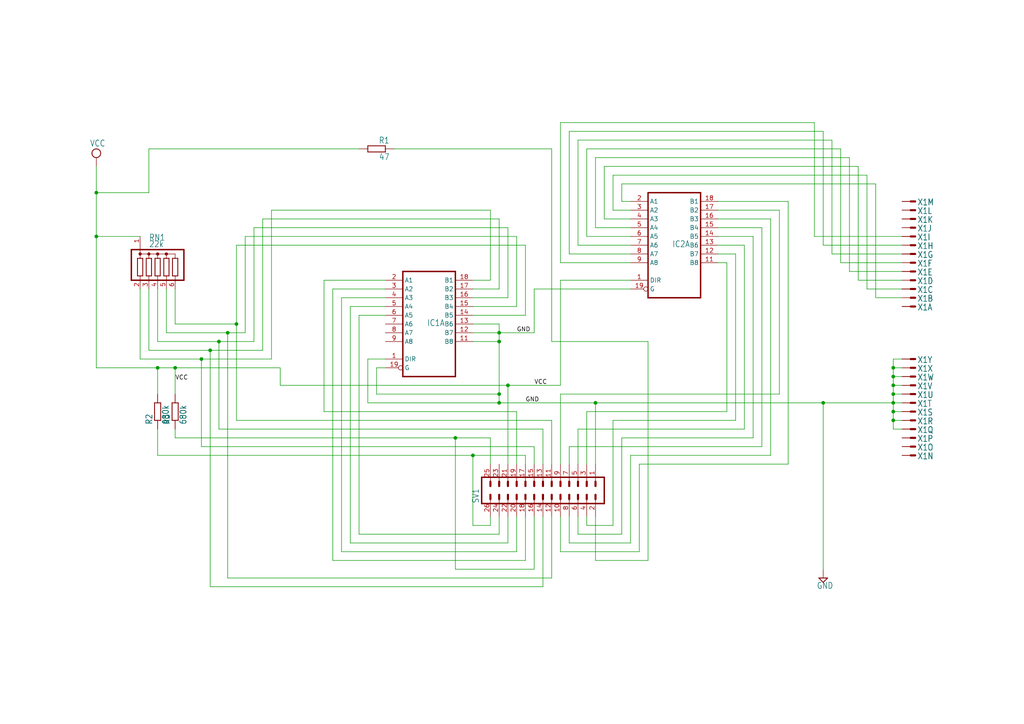
<source format=kicad_sch>
(kicad_sch (version 20230121) (generator eeschema)
  (paper "A4")
  (lib_symbols
    (symbol "TeknoAmiga-eagle-import:74245N"
      (property "Reference" "IC" (at -0.635 -0.635 0))
      (symbol "74245N_1_0"
        (polyline (pts (xy -7.62 -15.24) (xy 7.62 -15.24)) (stroke (width 0.4064)))
        (polyline (pts (xy -7.62 15.24) (xy -7.62 -15.24)) (stroke (width 0.4064)))
        (polyline (pts (xy 7.62 -15.24) (xy 7.62 15.24)) (stroke (width 0.4064)))
        (polyline (pts (xy 7.62 15.24) (xy -7.62 15.24)) (stroke (width 0.4064)))
        (pin input line (at -12.7 -10.16 0) (length 5.08) (name "DIR") (number "1"))
        (pin bidirectional line (at 12.7 -5.08 180) (length 5.08) (name "B8") (number "11"))
        (pin bidirectional line (at 12.7 -2.54 180) (length 5.08) (name "B7") (number "12"))
        (pin bidirectional line (at 12.7 0 180) (length 5.08) (name "B6") (number "13"))
        (pin bidirectional line (at 12.7 2.54 180) (length 5.08) (name "B5") (number "14"))
        (pin bidirectional line (at 12.7 5.08 180) (length 5.08) (name "B4") (number "15"))
        (pin bidirectional line (at 12.7 7.62 180) (length 5.08) (name "B3") (number "16"))
        (pin bidirectional line (at 12.7 10.16 180) (length 5.08) (name "B2") (number "17"))
        (pin bidirectional line (at 12.7 12.7 180) (length 5.08) (name "B1") (number "18"))
        (pin input inverted (at -12.7 -12.7 0) (length 5.08) (name "G") (number "19"))
        (pin bidirectional line (at -12.7 12.7 0) (length 5.08) (name "A1") (number "2"))
        (pin bidirectional line (at -12.7 10.16 0) (length 5.08) (name "A2") (number "3"))
        (pin bidirectional line (at -12.7 7.62 0) (length 5.08) (name "A3") (number "4"))
        (pin bidirectional line (at -12.7 5.08 0) (length 5.08) (name "A4") (number "5"))
        (pin bidirectional line (at -12.7 2.54 0) (length 5.08) (name "A5") (number "6"))
        (pin bidirectional line (at -12.7 0 0) (length 5.08) (name "A6") (number "7"))
        (pin bidirectional line (at -12.7 -2.54 0) (length 5.08) (name "A7") (number "8"))
        (pin bidirectional line (at -12.7 -5.08 0) (length 5.08) (name "A8") (number "9"))
      )
      (symbol "74245N_2_0"
        (text "GND" (at 1.905 -5.842 900) (effects (font (size 1.27 1.0795)) (justify left bottom)))
        (text "VCC" (at 1.905 2.54 900) (effects (font (size 1.27 1.0795)) (justify left bottom)))
        (pin power_in line (at 0 -7.62 90) (length 5.08) (name "GND") (number "10"))
        (pin power_in line (at 0 7.62 270) (length 5.08) (name "VCC") (number "20"))
      )
    )
    (symbol "TeknoAmiga-eagle-import:G05R"
      (property "Reference" "RN" (at -2.54 8.89 0))
      (symbol "G05R_1_0"
        (circle (center -5.08 5.08) (radius 0.254) (stroke (width 0.4064)))
        (circle (center -2.54 5.08) (radius 0.254) (stroke (width 0.4064)))
        (polyline (pts (xy -7.62 -2.54) (xy -7.62 6.35)) (stroke (width 0.4064)))
        (polyline (pts (xy -7.62 -2.54) (xy 7.62 -2.54)) (stroke (width 0.4064)))
        (polyline (pts (xy -7.62 6.35) (xy 7.62 6.35)) (stroke (width 0.4064)))
        (polyline (pts (xy -5.842 -1.27) (xy -5.08 -1.27)) (stroke (width 0.254)))
        (polyline (pts (xy -5.842 3.81) (xy -5.842 -1.27)) (stroke (width 0.254)))
        (polyline (pts (xy -5.08 -1.27) (xy -5.08 -2.54)) (stroke (width 0.1524)))
        (polyline (pts (xy -5.08 -1.27) (xy -4.318 -1.27)) (stroke (width 0.254)))
        (polyline (pts (xy -5.08 3.81) (xy -5.842 3.81)) (stroke (width 0.254)))
        (polyline (pts (xy -5.08 5.08) (xy -5.08 3.81)) (stroke (width 0.1524)))
        (polyline (pts (xy -5.08 5.08) (xy -5.08 7.62)) (stroke (width 0.1524)))
        (polyline (pts (xy -5.08 5.08) (xy -2.54 5.08)) (stroke (width 0.1524)))
        (polyline (pts (xy -4.318 -1.27) (xy -4.318 3.81)) (stroke (width 0.254)))
        (polyline (pts (xy -4.318 3.81) (xy -5.08 3.81)) (stroke (width 0.254)))
        (polyline (pts (xy -3.302 -1.27) (xy -2.54 -1.27)) (stroke (width 0.254)))
        (polyline (pts (xy -3.302 3.81) (xy -3.302 -1.27)) (stroke (width 0.254)))
        (polyline (pts (xy -2.54 -2.54) (xy -2.54 -1.27)) (stroke (width 0.1524)))
        (polyline (pts (xy -2.54 -1.27) (xy -1.778 -1.27)) (stroke (width 0.254)))
        (polyline (pts (xy -2.54 3.81) (xy -3.302 3.81)) (stroke (width 0.254)))
        (polyline (pts (xy -2.54 5.08) (xy -2.54 3.81)) (stroke (width 0.1524)))
        (polyline (pts (xy -2.54 5.08) (xy 0 5.08)) (stroke (width 0.1524)))
        (polyline (pts (xy -1.778 -1.27) (xy -1.778 3.81)) (stroke (width 0.254)))
        (polyline (pts (xy -1.778 3.81) (xy -2.54 3.81)) (stroke (width 0.254)))
        (polyline (pts (xy -0.762 -1.27) (xy 0 -1.27)) (stroke (width 0.254)))
        (polyline (pts (xy -0.762 3.81) (xy -0.762 -1.27)) (stroke (width 0.254)))
        (polyline (pts (xy 0 -2.54) (xy 0 -1.27)) (stroke (width 0.1524)))
        (polyline (pts (xy 0 -1.27) (xy 0.762 -1.27)) (stroke (width 0.254)))
        (polyline (pts (xy 0 3.81) (xy -0.762 3.81)) (stroke (width 0.254)))
        (polyline (pts (xy 0 5.08) (xy 0 3.81)) (stroke (width 0.1524)))
        (polyline (pts (xy 0 5.08) (xy 2.54 5.08)) (stroke (width 0.1524)))
        (polyline (pts (xy 0.762 -1.27) (xy 0.762 3.81)) (stroke (width 0.254)))
        (polyline (pts (xy 0.762 3.81) (xy 0 3.81)) (stroke (width 0.254)))
        (polyline (pts (xy 1.778 -1.27) (xy 2.54 -1.27)) (stroke (width 0.254)))
        (polyline (pts (xy 1.778 3.81) (xy 1.778 -1.27)) (stroke (width 0.254)))
        (polyline (pts (xy 2.54 -2.54) (xy 2.54 -1.27)) (stroke (width 0.1524)))
        (polyline (pts (xy 2.54 -1.27) (xy 3.302 -1.27)) (stroke (width 0.254)))
        (polyline (pts (xy 2.54 3.81) (xy 1.778 3.81)) (stroke (width 0.254)))
        (polyline (pts (xy 2.54 5.08) (xy 2.54 3.81)) (stroke (width 0.1524)))
        (polyline (pts (xy 2.54 5.08) (xy 5.08 5.08)) (stroke (width 0.1524)))
        (polyline (pts (xy 3.302 -1.27) (xy 3.302 3.81)) (stroke (width 0.254)))
        (polyline (pts (xy 3.302 3.81) (xy 2.54 3.81)) (stroke (width 0.254)))
        (polyline (pts (xy 4.318 -1.27) (xy 5.08 -1.27)) (stroke (width 0.254)))
        (polyline (pts (xy 4.318 3.81) (xy 4.318 -1.27)) (stroke (width 0.254)))
        (polyline (pts (xy 5.08 -2.54) (xy 5.08 -1.27)) (stroke (width 0.1524)))
        (polyline (pts (xy 5.08 -1.27) (xy 5.842 -1.27)) (stroke (width 0.254)))
        (polyline (pts (xy 5.08 3.81) (xy 4.318 3.81)) (stroke (width 0.254)))
        (polyline (pts (xy 5.08 5.08) (xy 5.08 3.81)) (stroke (width 0.1524)))
        (polyline (pts (xy 5.842 -1.27) (xy 5.842 3.81)) (stroke (width 0.254)))
        (polyline (pts (xy 5.842 3.81) (xy 5.08 3.81)) (stroke (width 0.254)))
        (polyline (pts (xy 7.62 6.35) (xy 7.62 -2.54)) (stroke (width 0.4064)))
        (circle (center 0 5.08) (radius 0.254) (stroke (width 0.4064)))
        (circle (center 2.54 5.08) (radius 0.254) (stroke (width 0.4064)))
        (pin passive line (at -5.08 10.16 270) (length 2.54) (name "1") (number "1"))
        (pin passive line (at -5.08 -5.08 90) (length 2.54) (name "2") (number "2"))
        (pin passive line (at -2.54 -5.08 90) (length 2.54) (name "3") (number "3"))
        (pin passive line (at 0 -5.08 90) (length 2.54) (name "4") (number "4"))
        (pin passive line (at 2.54 -5.08 90) (length 2.54) (name "5") (number "5"))
        (pin passive line (at 5.08 -5.08 90) (length 2.54) (name "6") (number "6"))
      )
    )
    (symbol "TeknoAmiga-eagle-import:GND" (power)
      (property "Value" "GND" (at -1.905 -3.175 0))
      (symbol "GND_1_0"
        (polyline (pts (xy -1.27 0) (xy 1.27 0)) (stroke (width 0.254)))
        (polyline (pts (xy 0 -1.27) (xy -1.27 0)) (stroke (width 0.254)))
        (polyline (pts (xy 1.27 0) (xy 0 -1.27)) (stroke (width 0.254)))
        (pin power_in line (at 0 2.54 270) (length 2.54) (name "GND") (number "1"))
      )
    )
    (symbol "TeknoAmiga-eagle-import:M25?SHP"
      (property "Reference" "X" (at 1.905 -0.762 0))
      (symbol "M25?SHP_1_0"
        (polyline (pts (xy 0 0) (xy 1.27 0)) (stroke (width 0.6096)))
        (pin passive line (at -2.54 0 0) (length 2.54) (name "M") (number "1"))
      )
      (symbol "M25?SHP_2_0"
        (polyline (pts (xy 0 0) (xy 1.27 0)) (stroke (width 0.6096)))
        (pin passive line (at -2.54 0 0) (length 2.54) (name "M") (number "2"))
      )
      (symbol "M25?SHP_3_0"
        (polyline (pts (xy 0 0) (xy 1.27 0)) (stroke (width 0.6096)))
        (pin passive line (at -2.54 0 0) (length 2.54) (name "M") (number "3"))
      )
      (symbol "M25?SHP_4_0"
        (polyline (pts (xy 0 0) (xy 1.27 0)) (stroke (width 0.6096)))
        (pin passive line (at -2.54 0 0) (length 2.54) (name "M") (number "4"))
      )
      (symbol "M25?SHP_5_0"
        (polyline (pts (xy 0 0) (xy 1.27 0)) (stroke (width 0.6096)))
        (pin passive line (at -2.54 0 0) (length 2.54) (name "M") (number "5"))
      )
      (symbol "M25?SHP_6_0"
        (polyline (pts (xy 0 0) (xy 1.27 0)) (stroke (width 0.6096)))
        (pin passive line (at -2.54 0 0) (length 2.54) (name "M") (number "6"))
      )
      (symbol "M25?SHP_7_0"
        (polyline (pts (xy 0 0) (xy 1.27 0)) (stroke (width 0.6096)))
        (pin passive line (at -2.54 0 0) (length 2.54) (name "M") (number "7"))
      )
      (symbol "M25?SHP_8_0"
        (polyline (pts (xy 0 0) (xy 1.27 0)) (stroke (width 0.6096)))
        (pin passive line (at -2.54 0 0) (length 2.54) (name "M") (number "8"))
      )
      (symbol "M25?SHP_9_0"
        (polyline (pts (xy 0 0) (xy 1.27 0)) (stroke (width 0.6096)))
        (pin passive line (at -2.54 0 0) (length 2.54) (name "M") (number "9"))
      )
      (symbol "M25?SHP_10_0"
        (polyline (pts (xy 0 0) (xy 1.27 0)) (stroke (width 0.6096)))
        (pin passive line (at -2.54 0 0) (length 2.54) (name "M") (number "10"))
      )
      (symbol "M25?SHP_11_0"
        (polyline (pts (xy 0 0) (xy 1.27 0)) (stroke (width 0.6096)))
        (pin passive line (at -2.54 0 0) (length 2.54) (name "M") (number "11"))
      )
      (symbol "M25?SHP_12_0"
        (polyline (pts (xy 0 0) (xy 1.27 0)) (stroke (width 0.6096)))
        (pin passive line (at -2.54 0 0) (length 2.54) (name "M") (number "12"))
      )
      (symbol "M25?SHP_13_0"
        (polyline (pts (xy 0 0) (xy 1.27 0)) (stroke (width 0.6096)))
        (pin passive line (at -2.54 0 0) (length 2.54) (name "M") (number "13"))
      )
      (symbol "M25?SHP_14_0"
        (polyline (pts (xy 0 0) (xy 1.27 0)) (stroke (width 0.6096)))
        (pin passive line (at -2.54 0 0) (length 2.54) (name "M") (number "14"))
      )
      (symbol "M25?SHP_15_0"
        (polyline (pts (xy 0 0) (xy 1.27 0)) (stroke (width 0.6096)))
        (pin passive line (at -2.54 0 0) (length 2.54) (name "M") (number "15"))
      )
      (symbol "M25?SHP_16_0"
        (polyline (pts (xy 0 0) (xy 1.27 0)) (stroke (width 0.6096)))
        (pin passive line (at -2.54 0 0) (length 2.54) (name "M") (number "16"))
      )
      (symbol "M25?SHP_17_0"
        (polyline (pts (xy 0 0) (xy 1.27 0)) (stroke (width 0.6096)))
        (pin passive line (at -2.54 0 0) (length 2.54) (name "M") (number "17"))
      )
      (symbol "M25?SHP_18_0"
        (polyline (pts (xy 0 0) (xy 1.27 0)) (stroke (width 0.6096)))
        (pin passive line (at -2.54 0 0) (length 2.54) (name "M") (number "18"))
      )
      (symbol "M25?SHP_19_0"
        (polyline (pts (xy 0 0) (xy 1.27 0)) (stroke (width 0.6096)))
        (pin passive line (at -2.54 0 0) (length 2.54) (name "M") (number "19"))
      )
      (symbol "M25?SHP_20_0"
        (polyline (pts (xy 0 0) (xy 1.27 0)) (stroke (width 0.6096)))
        (pin passive line (at -2.54 0 0) (length 2.54) (name "M") (number "20"))
      )
      (symbol "M25?SHP_21_0"
        (polyline (pts (xy 0 0) (xy 1.27 0)) (stroke (width 0.6096)))
        (pin passive line (at -2.54 0 0) (length 2.54) (name "M") (number "21"))
      )
      (symbol "M25?SHP_22_0"
        (polyline (pts (xy 0 0) (xy 1.27 0)) (stroke (width 0.6096)))
        (pin passive line (at -2.54 0 0) (length 2.54) (name "M") (number "22"))
      )
      (symbol "M25?SHP_23_0"
        (polyline (pts (xy 0 0) (xy 1.27 0)) (stroke (width 0.6096)))
        (pin passive line (at -2.54 0 0) (length 2.54) (name "M") (number "23"))
      )
      (symbol "M25?SHP_24_0"
        (polyline (pts (xy 0 0) (xy 1.27 0)) (stroke (width 0.6096)))
        (pin passive line (at -2.54 0 0) (length 2.54) (name "M") (number "24"))
      )
      (symbol "M25?SHP_25_0"
        (polyline (pts (xy 0 0) (xy 1.27 0)) (stroke (width 0.6096)))
        (pin passive line (at -2.54 0 0) (length 2.54) (name "M") (number "25"))
      )
    )
    (symbol "TeknoAmiga-eagle-import:MA13-2"
      (property "Reference" "SV" (at -3.81 18.542 0))
      (symbol "MA13-2_1_0"
        (polyline (pts (xy -3.81 17.78) (xy -3.81 -17.78)) (stroke (width 0.4064)))
        (polyline (pts (xy -3.81 17.78) (xy 3.81 17.78)) (stroke (width 0.4064)))
        (polyline (pts (xy -2.54 -15.24) (xy -1.27 -15.24)) (stroke (width 0.6096)))
        (polyline (pts (xy -2.54 -12.7) (xy -1.27 -12.7)) (stroke (width 0.6096)))
        (polyline (pts (xy -2.54 -10.16) (xy -1.27 -10.16)) (stroke (width 0.6096)))
        (polyline (pts (xy -2.54 -7.62) (xy -1.27 -7.62)) (stroke (width 0.6096)))
        (polyline (pts (xy -2.54 -5.08) (xy -1.27 -5.08)) (stroke (width 0.6096)))
        (polyline (pts (xy -2.54 -2.54) (xy -1.27 -2.54)) (stroke (width 0.6096)))
        (polyline (pts (xy -2.54 0) (xy -1.27 0)) (stroke (width 0.6096)))
        (polyline (pts (xy -2.54 2.54) (xy -1.27 2.54)) (stroke (width 0.6096)))
        (polyline (pts (xy -2.54 5.08) (xy -1.27 5.08)) (stroke (width 0.6096)))
        (polyline (pts (xy -2.54 7.62) (xy -1.27 7.62)) (stroke (width 0.6096)))
        (polyline (pts (xy -2.54 10.16) (xy -1.27 10.16)) (stroke (width 0.6096)))
        (polyline (pts (xy -2.54 12.7) (xy -1.27 12.7)) (stroke (width 0.6096)))
        (polyline (pts (xy -2.54 15.24) (xy -1.27 15.24)) (stroke (width 0.6096)))
        (polyline (pts (xy 1.27 -15.24) (xy 2.54 -15.24)) (stroke (width 0.6096)))
        (polyline (pts (xy 1.27 -12.7) (xy 2.54 -12.7)) (stroke (width 0.6096)))
        (polyline (pts (xy 1.27 -10.16) (xy 2.54 -10.16)) (stroke (width 0.6096)))
        (polyline (pts (xy 1.27 -7.62) (xy 2.54 -7.62)) (stroke (width 0.6096)))
        (polyline (pts (xy 1.27 -5.08) (xy 2.54 -5.08)) (stroke (width 0.6096)))
        (polyline (pts (xy 1.27 -2.54) (xy 2.54 -2.54)) (stroke (width 0.6096)))
        (polyline (pts (xy 1.27 0) (xy 2.54 0)) (stroke (width 0.6096)))
        (polyline (pts (xy 1.27 2.54) (xy 2.54 2.54)) (stroke (width 0.6096)))
        (polyline (pts (xy 1.27 5.08) (xy 2.54 5.08)) (stroke (width 0.6096)))
        (polyline (pts (xy 1.27 7.62) (xy 2.54 7.62)) (stroke (width 0.6096)))
        (polyline (pts (xy 1.27 10.16) (xy 2.54 10.16)) (stroke (width 0.6096)))
        (polyline (pts (xy 1.27 12.7) (xy 2.54 12.7)) (stroke (width 0.6096)))
        (polyline (pts (xy 1.27 15.24) (xy 2.54 15.24)) (stroke (width 0.6096)))
        (polyline (pts (xy 3.81 -17.78) (xy -3.81 -17.78)) (stroke (width 0.4064)))
        (polyline (pts (xy 3.81 -17.78) (xy 3.81 17.78)) (stroke (width 0.4064)))
        (pin passive line (at 7.62 -15.24 180) (length 5.08) (name "1") (number "1"))
        (pin passive line (at -7.62 -5.08 0) (length 5.08) (name "10") (number "10"))
        (pin passive line (at 7.62 -2.54 180) (length 5.08) (name "11") (number "11"))
        (pin passive line (at -7.62 -2.54 0) (length 5.08) (name "12") (number "12"))
        (pin passive line (at 7.62 0 180) (length 5.08) (name "13") (number "13"))
        (pin passive line (at -7.62 0 0) (length 5.08) (name "14") (number "14"))
        (pin passive line (at 7.62 2.54 180) (length 5.08) (name "15") (number "15"))
        (pin passive line (at -7.62 2.54 0) (length 5.08) (name "16") (number "16"))
        (pin passive line (at 7.62 5.08 180) (length 5.08) (name "17") (number "17"))
        (pin passive line (at -7.62 5.08 0) (length 5.08) (name "18") (number "18"))
        (pin passive line (at 7.62 7.62 180) (length 5.08) (name "19") (number "19"))
        (pin passive line (at -7.62 -15.24 0) (length 5.08) (name "2") (number "2"))
        (pin passive line (at -7.62 7.62 0) (length 5.08) (name "20") (number "20"))
        (pin passive line (at 7.62 10.16 180) (length 5.08) (name "21") (number "21"))
        (pin passive line (at -7.62 10.16 0) (length 5.08) (name "22") (number "22"))
        (pin passive line (at 7.62 12.7 180) (length 5.08) (name "23") (number "23"))
        (pin passive line (at -7.62 12.7 0) (length 5.08) (name "24") (number "24"))
        (pin passive line (at 7.62 15.24 180) (length 5.08) (name "25") (number "25"))
        (pin passive line (at -7.62 15.24 0) (length 5.08) (name "26") (number "26"))
        (pin passive line (at 7.62 -12.7 180) (length 5.08) (name "3") (number "3"))
        (pin passive line (at -7.62 -12.7 0) (length 5.08) (name "4") (number "4"))
        (pin passive line (at 7.62 -10.16 180) (length 5.08) (name "5") (number "5"))
        (pin passive line (at -7.62 -10.16 0) (length 5.08) (name "6") (number "6"))
        (pin passive line (at 7.62 -7.62 180) (length 5.08) (name "7") (number "7"))
        (pin passive line (at -7.62 -7.62 0) (length 5.08) (name "8") (number "8"))
        (pin passive line (at 7.62 -5.08 180) (length 5.08) (name "9") (number "9"))
      )
    )
    (symbol "TeknoAmiga-eagle-import:R-EU_0207/12"
      (property "Reference" "R" (at -3.81 1.4986 0))
      (symbol "R-EU_0207/12_1_0"
        (polyline (pts (xy -2.54 -0.889) (xy -2.54 0.889)) (stroke (width 0.254)))
        (polyline (pts (xy -2.54 -0.889) (xy 2.54 -0.889)) (stroke (width 0.254)))
        (polyline (pts (xy 2.54 -0.889) (xy 2.54 0.889)) (stroke (width 0.254)))
        (polyline (pts (xy 2.54 0.889) (xy -2.54 0.889)) (stroke (width 0.254)))
        (pin passive line (at -5.08 0 0) (length 2.54) (name "1") (number "1"))
        (pin passive line (at 5.08 0 180) (length 2.54) (name "2") (number "2"))
      )
    )
    (symbol "TeknoAmiga-eagle-import:VCC" (power)
      (property "Value" "VCC" (at -1.905 3.175 0))
      (symbol "VCC_1_0"
        (circle (center 0 1.27) (radius 1.27) (stroke (width 0.254)))
        (pin power_in line (at 0 -2.54 90) (length 2.54) (name "VCC") (number "1"))
      )
    )
  )
  (junction (at 259.08 111.76))
  (junction (at 259.08 106.68))
  (junction (at 144.78 116.84))
  (junction (at 63.5 99.06))
  (junction (at 58.42 104.14))
  (junction (at 144.78 114.3))
  (junction (at 238.76 116.84))
  (junction (at 259.08 109.22))
  (junction (at 144.78 96.52))
  (junction (at 259.08 121.92))
  (junction (at 60.96 101.6))
  (junction (at 137.16 132.08))
  (junction (at 45.72 106.68))
  (junction (at 259.08 119.38))
  (junction (at 172.72 116.84))
  (junction (at 66.04 96.52))
  (junction (at 27.94 55.88))
  (junction (at 27.94 68.58))
  (junction (at 144.78 99.06))
  (junction (at 132.08 127))
  (junction (at 259.08 114.3))
  (junction (at 50.8 106.68))
  (junction (at 147.32 111.76))
  (junction (at 68.58 93.98))
  (junction (at 259.08 116.84))
  (wire (pts (xy 259.08 119.38) (xy 259.08 121.92)) (stroke (width 0.1524)))
  (wire (pts (xy 162.56 76.2) (xy 182.88 76.2)) (stroke (width 0.1524)))
  (wire (pts (xy 261.62 119.38) (xy 259.08 119.38)) (stroke (width 0.1524)))
  (wire (pts (xy 45.72 124.46) (xy 45.72 132.08)) (stroke (width 0.1524)))
  (wire (pts (xy 241.3 73.66) (xy 241.3 40.64)) (stroke (width 0.1524)))
  (wire (pts (xy 226.06 114.3) (xy 162.56 114.3)) (stroke (width 0.1524)))
  (wire (pts (xy 236.22 68.58) (xy 236.22 35.56)) (stroke (width 0.1524)))
  (wire (pts (xy 149.86 68.58) (xy 71.12 68.58)) (stroke (width 0.1524)))
  (wire (pts (xy 152.4 71.12) (xy 68.58 71.12)) (stroke (width 0.1524)))
  (wire (pts (xy 45.72 99.06) (xy 45.72 83.82)) (stroke (width 0.1524)))
  (wire (pts (xy 60.96 170.18) (xy 157.48 170.18)) (stroke (width 0.1524)))
  (wire (pts (xy 50.8 124.46) (xy 50.8 127)) (stroke (width 0.1524)))
  (wire (pts (xy 68.58 121.92) (xy 160.02 121.92)) (stroke (width 0.1524)))
  (wire (pts (xy 175.26 63.5) (xy 182.88 63.5)) (stroke (width 0.1524)))
  (wire (pts (xy 147.32 86.36) (xy 147.32 66.04)) (stroke (width 0.1524)))
  (wire (pts (xy 243.84 43.18) (xy 170.18 43.18)) (stroke (width 0.1524)))
  (wire (pts (xy 228.6 58.42) (xy 228.6 134.62)) (stroke (width 0.1524)))
  (wire (pts (xy 144.78 63.5) (xy 76.2 63.5)) (stroke (width 0.1524)))
  (wire (pts (xy 170.18 43.18) (xy 170.18 68.58)) (stroke (width 0.1524)))
  (wire (pts (xy 180.34 154.94) (xy 167.64 154.94)) (stroke (width 0.1524)))
  (wire (pts (xy 27.94 55.88) (xy 43.18 55.88)) (stroke (width 0.1524)))
  (wire (pts (xy 27.94 68.58) (xy 27.94 55.88)) (stroke (width 0.1524)))
  (wire (pts (xy 27.94 68.58) (xy 27.94 106.68)) (stroke (width 0.1524)))
  (wire (pts (xy 144.78 149.86) (xy 144.78 154.94)) (stroke (width 0.1524)))
  (wire (pts (xy 254 86.36) (xy 254 53.34)) (stroke (width 0.1524)))
  (wire (pts (xy 238.76 116.84) (xy 259.08 116.84)) (stroke (width 0.1524)))
  (wire (pts (xy 167.64 154.94) (xy 167.64 149.86)) (stroke (width 0.1524)))
  (wire (pts (xy 165.1 129.54) (xy 165.1 134.62)) (stroke (width 0.1524)))
  (wire (pts (xy 208.28 68.58) (xy 218.44 68.58)) (stroke (width 0.1524)))
  (wire (pts (xy 81.28 111.76) (xy 147.32 111.76)) (stroke (width 0.1524)))
  (wire (pts (xy 177.8 152.4) (xy 170.18 152.4)) (stroke (width 0.1524)))
  (wire (pts (xy 177.8 60.96) (xy 182.88 60.96)) (stroke (width 0.1524)))
  (wire (pts (xy 238.76 38.1) (xy 165.1 38.1)) (stroke (width 0.1524)))
  (wire (pts (xy 259.08 116.84) (xy 259.08 119.38)) (stroke (width 0.1524)))
  (wire (pts (xy 172.72 116.84) (xy 238.76 116.84)) (stroke (width 0.1524)))
  (wire (pts (xy 137.16 152.4) (xy 142.24 152.4)) (stroke (width 0.1524)))
  (wire (pts (xy 243.84 76.2) (xy 243.84 43.18)) (stroke (width 0.1524)))
  (wire (pts (xy 259.08 104.14) (xy 259.08 106.68)) (stroke (width 0.1524)))
  (wire (pts (xy 144.78 93.98) (xy 144.78 96.52)) (stroke (width 0.1524)))
  (wire (pts (xy 45.72 132.08) (xy 137.16 132.08)) (stroke (width 0.1524)))
  (wire (pts (xy 45.72 114.3) (xy 45.72 106.68)) (stroke (width 0.1524)))
  (wire (pts (xy 144.78 99.06) (xy 137.16 99.06)) (stroke (width 0.1524)))
  (wire (pts (xy 147.32 134.62) (xy 147.32 111.76)) (stroke (width 0.1524)))
  (wire (pts (xy 182.88 132.08) (xy 182.88 157.48)) (stroke (width 0.1524)))
  (wire (pts (xy 259.08 114.3) (xy 259.08 116.84)) (stroke (width 0.1524)))
  (wire (pts (xy 93.98 81.28) (xy 93.98 119.38)) (stroke (width 0.1524)))
  (wire (pts (xy 147.32 149.86) (xy 147.32 157.48)) (stroke (width 0.1524)))
  (wire (pts (xy 167.64 71.12) (xy 182.88 71.12)) (stroke (width 0.1524)))
  (wire (pts (xy 228.6 134.62) (xy 185.42 134.62)) (stroke (width 0.1524)))
  (wire (pts (xy 132.08 127) (xy 132.08 165.1)) (stroke (width 0.1524)))
  (wire (pts (xy 208.28 71.12) (xy 215.9 71.12)) (stroke (width 0.1524)))
  (wire (pts (xy 160.02 121.92) (xy 160.02 134.62)) (stroke (width 0.1524)))
  (wire (pts (xy 147.32 157.48) (xy 101.6 157.48)) (stroke (width 0.1524)))
  (wire (pts (xy 50.8 106.68) (xy 81.28 106.68)) (stroke (width 0.1524)))
  (wire (pts (xy 160.02 167.64) (xy 160.02 149.86)) (stroke (width 0.1524)))
  (wire (pts (xy 160.02 99.06) (xy 187.96 99.06)) (stroke (width 0.1524)))
  (wire (pts (xy 160.02 43.18) (xy 160.02 99.06)) (stroke (width 0.1524)))
  (wire (pts (xy 137.16 88.9) (xy 149.86 88.9)) (stroke (width 0.1524)))
  (wire (pts (xy 111.76 81.28) (xy 93.98 81.28)) (stroke (width 0.1524)))
  (wire (pts (xy 226.06 60.96) (xy 226.06 114.3)) (stroke (width 0.1524)))
  (wire (pts (xy 66.04 96.52) (xy 66.04 167.64)) (stroke (width 0.1524)))
  (wire (pts (xy 254 53.34) (xy 180.34 53.34)) (stroke (width 0.1524)))
  (wire (pts (xy 27.94 55.88) (xy 27.94 48.26)) (stroke (width 0.1524)))
  (wire (pts (xy 104.14 154.94) (xy 104.14 91.44)) (stroke (width 0.1524)))
  (wire (pts (xy 172.72 134.62) (xy 172.72 116.84)) (stroke (width 0.1524)))
  (wire (pts (xy 132.08 127) (xy 142.24 127)) (stroke (width 0.1524)))
  (wire (pts (xy 172.72 66.04) (xy 182.88 66.04)) (stroke (width 0.1524)))
  (wire (pts (xy 157.48 170.18) (xy 157.48 149.86)) (stroke (width 0.1524)))
  (wire (pts (xy 261.62 114.3) (xy 259.08 114.3)) (stroke (width 0.1524)))
  (wire (pts (xy 137.16 96.52) (xy 144.78 96.52)) (stroke (width 0.1524)))
  (wire (pts (xy 114.3 43.18) (xy 160.02 43.18)) (stroke (width 0.1524)))
  (wire (pts (xy 43.18 101.6) (xy 43.18 83.82)) (stroke (width 0.1524)))
  (wire (pts (xy 132.08 165.1) (xy 154.94 165.1)) (stroke (width 0.1524)))
  (wire (pts (xy 60.96 101.6) (xy 43.18 101.6)) (stroke (width 0.1524)))
  (wire (pts (xy 259.08 109.22) (xy 259.08 111.76)) (stroke (width 0.1524)))
  (wire (pts (xy 76.2 101.6) (xy 60.96 101.6)) (stroke (width 0.1524)))
  (wire (pts (xy 208.28 73.66) (xy 213.36 73.66)) (stroke (width 0.1524)))
  (wire (pts (xy 147.32 111.76) (xy 162.56 111.76)) (stroke (width 0.1524)))
  (wire (pts (xy 248.92 81.28) (xy 248.92 48.26)) (stroke (width 0.1524)))
  (wire (pts (xy 162.56 35.56) (xy 162.56 76.2)) (stroke (width 0.1524)))
  (wire (pts (xy 215.9 124.46) (xy 167.64 124.46)) (stroke (width 0.1524)))
  (wire (pts (xy 137.16 132.08) (xy 152.4 132.08)) (stroke (width 0.1524)))
  (wire (pts (xy 144.78 114.3) (xy 144.78 99.06)) (stroke (width 0.1524)))
  (wire (pts (xy 261.62 116.84) (xy 259.08 116.84)) (stroke (width 0.1524)))
  (wire (pts (xy 218.44 127) (xy 180.34 127)) (stroke (width 0.1524)))
  (wire (pts (xy 43.18 43.18) (xy 104.14 43.18)) (stroke (width 0.1524)))
  (wire (pts (xy 106.68 104.14) (xy 106.68 116.84)) (stroke (width 0.1524)))
  (wire (pts (xy 261.62 83.82) (xy 251.46 83.82)) (stroke (width 0.1524)))
  (wire (pts (xy 68.58 93.98) (xy 68.58 121.92)) (stroke (width 0.1524)))
  (wire (pts (xy 180.34 58.42) (xy 182.88 58.42)) (stroke (width 0.1524)))
  (wire (pts (xy 48.26 96.52) (xy 48.26 83.82)) (stroke (width 0.1524)))
  (wire (pts (xy 78.74 60.96) (xy 78.74 104.14)) (stroke (width 0.1524)))
  (wire (pts (xy 157.48 124.46) (xy 157.48 134.62)) (stroke (width 0.1524)))
  (wire (pts (xy 58.42 129.54) (xy 154.94 129.54)) (stroke (width 0.1524)))
  (wire (pts (xy 144.78 154.94) (xy 104.14 154.94)) (stroke (width 0.1524)))
  (wire (pts (xy 144.78 96.52) (xy 154.94 96.52)) (stroke (width 0.1524)))
  (wire (pts (xy 144.78 116.84) (xy 172.72 116.84)) (stroke (width 0.1524)))
  (wire (pts (xy 78.74 104.14) (xy 58.42 104.14)) (stroke (width 0.1524)))
  (wire (pts (xy 210.82 76.2) (xy 210.82 119.38)) (stroke (width 0.1524)))
  (wire (pts (xy 162.56 114.3) (xy 162.56 134.62)) (stroke (width 0.1524)))
  (wire (pts (xy 66.04 167.64) (xy 160.02 167.64)) (stroke (width 0.1524)))
  (wire (pts (xy 73.66 99.06) (xy 63.5 99.06)) (stroke (width 0.1524)))
  (wire (pts (xy 246.38 45.72) (xy 172.72 45.72)) (stroke (width 0.1524)))
  (wire (pts (xy 177.8 50.8) (xy 177.8 60.96)) (stroke (width 0.1524)))
  (wire (pts (xy 162.56 111.76) (xy 162.56 81.28)) (stroke (width 0.1524)))
  (wire (pts (xy 259.08 124.46) (xy 261.62 124.46)) (stroke (width 0.1524)))
  (wire (pts (xy 170.18 152.4) (xy 170.18 149.86)) (stroke (width 0.1524)))
  (wire (pts (xy 152.4 91.44) (xy 152.4 71.12)) (stroke (width 0.1524)))
  (wire (pts (xy 149.86 88.9) (xy 149.86 68.58)) (stroke (width 0.1524)))
  (wire (pts (xy 144.78 114.3) (xy 144.78 116.84)) (stroke (width 0.1524)))
  (wire (pts (xy 236.22 35.56) (xy 162.56 35.56)) (stroke (width 0.1524)))
  (wire (pts (xy 43.18 55.88) (xy 43.18 43.18)) (stroke (width 0.1524)))
  (wire (pts (xy 40.64 68.58) (xy 27.94 68.58)) (stroke (width 0.1524)))
  (wire (pts (xy 81.28 106.68) (xy 81.28 111.76)) (stroke (width 0.1524)))
  (wire (pts (xy 137.16 86.36) (xy 147.32 86.36)) (stroke (width 0.1524)))
  (wire (pts (xy 208.28 66.04) (xy 220.98 66.04)) (stroke (width 0.1524)))
  (wire (pts (xy 68.58 71.12) (xy 68.58 93.98)) (stroke (width 0.1524)))
  (wire (pts (xy 167.64 124.46) (xy 167.64 134.62)) (stroke (width 0.1524)))
  (wire (pts (xy 215.9 71.12) (xy 215.9 124.46)) (stroke (width 0.1524)))
  (wire (pts (xy 149.86 119.38) (xy 149.86 134.62)) (stroke (width 0.1524)))
  (wire (pts (xy 96.52 162.56) (xy 96.52 83.82)) (stroke (width 0.1524)))
  (wire (pts (xy 185.42 160.02) (xy 162.56 160.02)) (stroke (width 0.1524)))
  (wire (pts (xy 261.62 104.14) (xy 259.08 104.14)) (stroke (width 0.1524)))
  (wire (pts (xy 185.42 134.62) (xy 185.42 160.02)) (stroke (width 0.1524)))
  (wire (pts (xy 137.16 93.98) (xy 144.78 93.98)) (stroke (width 0.1524)))
  (wire (pts (xy 142.24 60.96) (xy 78.74 60.96)) (stroke (width 0.1524)))
  (wire (pts (xy 261.62 106.68) (xy 259.08 106.68)) (stroke (width 0.1524)))
  (wire (pts (xy 50.8 93.98) (xy 50.8 83.82)) (stroke (width 0.1524)))
  (wire (pts (xy 223.52 63.5) (xy 223.52 132.08)) (stroke (width 0.1524)))
  (wire (pts (xy 58.42 104.14) (xy 40.64 104.14)) (stroke (width 0.1524)))
  (wire (pts (xy 261.62 81.28) (xy 248.92 81.28)) (stroke (width 0.1524)))
  (wire (pts (xy 50.8 114.3) (xy 50.8 106.68)) (stroke (width 0.1524)))
  (wire (pts (xy 101.6 157.48) (xy 101.6 88.9)) (stroke (width 0.1524)))
  (wire (pts (xy 259.08 106.68) (xy 259.08 109.22)) (stroke (width 0.1524)))
  (wire (pts (xy 142.24 127) (xy 142.24 134.62)) (stroke (width 0.1524)))
  (wire (pts (xy 45.72 106.68) (xy 50.8 106.68)) (stroke (width 0.1524)))
  (wire (pts (xy 104.14 91.44) (xy 111.76 91.44)) (stroke (width 0.1524)))
  (wire (pts (xy 238.76 71.12) (xy 238.76 38.1)) (stroke (width 0.1524)))
  (wire (pts (xy 154.94 129.54) (xy 154.94 134.62)) (stroke (width 0.1524)))
  (wire (pts (xy 66.04 96.52) (xy 48.26 96.52)) (stroke (width 0.1524)))
  (wire (pts (xy 170.18 68.58) (xy 182.88 68.58)) (stroke (width 0.1524)))
  (wire (pts (xy 109.22 106.68) (xy 109.22 114.3)) (stroke (width 0.1524)))
  (wire (pts (xy 68.58 93.98) (xy 50.8 93.98)) (stroke (width 0.1524)))
  (wire (pts (xy 261.62 109.22) (xy 259.08 109.22)) (stroke (width 0.1524)))
  (wire (pts (xy 137.16 132.08) (xy 137.16 152.4)) (stroke (width 0.1524)))
  (wire (pts (xy 175.26 48.26) (xy 175.26 63.5)) (stroke (width 0.1524)))
  (wire (pts (xy 96.52 83.82) (xy 111.76 83.82)) (stroke (width 0.1524)))
  (wire (pts (xy 246.38 78.74) (xy 246.38 45.72)) (stroke (width 0.1524)))
  (wire (pts (xy 213.36 121.92) (xy 177.8 121.92)) (stroke (width 0.1524)))
  (wire (pts (xy 172.72 162.56) (xy 172.72 149.86)) (stroke (width 0.1524)))
  (wire (pts (xy 71.12 96.52) (xy 66.04 96.52)) (stroke (width 0.1524)))
  (wire (pts (xy 144.78 96.52) (xy 144.78 99.06)) (stroke (width 0.1524)))
  (wire (pts (xy 167.64 40.64) (xy 167.64 71.12)) (stroke (width 0.1524)))
  (wire (pts (xy 101.6 88.9) (xy 111.76 88.9)) (stroke (width 0.1524)))
  (wire (pts (xy 99.06 86.36) (xy 111.76 86.36)) (stroke (width 0.1524)))
  (wire (pts (xy 241.3 40.64) (xy 167.64 40.64)) (stroke (width 0.1524)))
  (wire (pts (xy 210.82 119.38) (xy 170.18 119.38)) (stroke (width 0.1524)))
  (wire (pts (xy 208.28 60.96) (xy 226.06 60.96)) (stroke (width 0.1524)))
  (wire (pts (xy 152.4 149.86) (xy 152.4 162.56)) (stroke (width 0.1524)))
  (wire (pts (xy 182.88 157.48) (xy 165.1 157.48)) (stroke (width 0.1524)))
  (wire (pts (xy 208.28 58.42) (xy 228.6 58.42)) (stroke (width 0.1524)))
  (wire (pts (xy 154.94 83.82) (xy 182.88 83.82)) (stroke (width 0.1524)))
  (wire (pts (xy 111.76 104.14) (xy 106.68 104.14)) (stroke (width 0.1524)))
  (wire (pts (xy 248.92 48.26) (xy 175.26 48.26)) (stroke (width 0.1524)))
  (wire (pts (xy 60.96 101.6) (xy 60.96 170.18)) (stroke (width 0.1524)))
  (wire (pts (xy 162.56 81.28) (xy 182.88 81.28)) (stroke (width 0.1524)))
  (wire (pts (xy 152.4 132.08) (xy 152.4 134.62)) (stroke (width 0.1524)))
  (wire (pts (xy 154.94 165.1) (xy 154.94 149.86)) (stroke (width 0.1524)))
  (wire (pts (xy 50.8 127) (xy 132.08 127)) (stroke (width 0.1524)))
  (wire (pts (xy 137.16 81.28) (xy 142.24 81.28)) (stroke (width 0.1524)))
  (wire (pts (xy 177.8 121.92) (xy 177.8 152.4)) (stroke (width 0.1524)))
  (wire (pts (xy 180.34 127) (xy 180.34 154.94)) (stroke (width 0.1524)))
  (wire (pts (xy 261.62 111.76) (xy 259.08 111.76)) (stroke (width 0.1524)))
  (wire (pts (xy 170.18 119.38) (xy 170.18 134.62)) (stroke (width 0.1524)))
  (wire (pts (xy 213.36 73.66) (xy 213.36 121.92)) (stroke (width 0.1524)))
  (wire (pts (xy 187.96 162.56) (xy 172.72 162.56)) (stroke (width 0.1524)))
  (wire (pts (xy 147.32 66.04) (xy 73.66 66.04)) (stroke (width 0.1524)))
  (wire (pts (xy 109.22 114.3) (xy 144.78 114.3)) (stroke (width 0.1524)))
  (wire (pts (xy 111.76 106.68) (xy 109.22 106.68)) (stroke (width 0.1524)))
  (wire (pts (xy 259.08 111.76) (xy 259.08 114.3)) (stroke (width 0.1524)))
  (wire (pts (xy 165.1 157.48) (xy 165.1 149.86)) (stroke (width 0.1524)))
  (wire (pts (xy 142.24 152.4) (xy 142.24 149.86)) (stroke (width 0.1524)))
  (wire (pts (xy 149.86 160.02) (xy 99.06 160.02)) (stroke (width 0.1524)))
  (wire (pts (xy 187.96 99.06) (xy 187.96 162.56)) (stroke (width 0.1524)))
  (wire (pts (xy 73.66 66.04) (xy 73.66 99.06)) (stroke (width 0.1524)))
  (wire (pts (xy 223.52 132.08) (xy 182.88 132.08)) (stroke (width 0.1524)))
  (wire (pts (xy 251.46 50.8) (xy 177.8 50.8)) (stroke (width 0.1524)))
  (wire (pts (xy 63.5 99.06) (xy 45.72 99.06)) (stroke (width 0.1524)))
  (wire (pts (xy 162.56 160.02) (xy 162.56 149.86)) (stroke (width 0.1524)))
  (wire (pts (xy 106.68 116.84) (xy 144.78 116.84)) (stroke (width 0.1524)))
  (wire (pts (xy 251.46 83.82) (xy 251.46 50.8)) (stroke (width 0.1524)))
  (wire (pts (xy 261.62 76.2) (xy 243.84 76.2)) (stroke (width 0.1524)))
  (wire (pts (xy 261.62 78.74) (xy 246.38 78.74)) (stroke (width 0.1524)))
  (wire (pts (xy 180.34 53.34) (xy 180.34 58.42)) (stroke (width 0.1524)))
  (wire (pts (xy 259.08 121.92) (xy 259.08 124.46)) (stroke (width 0.1524)))
  (wire (pts (xy 208.28 76.2) (xy 210.82 76.2)) (stroke (width 0.1524)))
  (wire (pts (xy 144.78 83.82) (xy 144.78 63.5)) (stroke (width 0.1524)))
  (wire (pts (xy 63.5 99.06) (xy 63.5 124.46)) (stroke (width 0.1524)))
  (wire (pts (xy 71.12 68.58) (xy 71.12 96.52)) (stroke (width 0.1524)))
  (wire (pts (xy 93.98 119.38) (xy 149.86 119.38)) (stroke (width 0.1524)))
  (wire (pts (xy 137.16 91.44) (xy 152.4 91.44)) (stroke (width 0.1524)))
  (wire (pts (xy 27.94 106.68) (xy 45.72 106.68)) (stroke (width 0.1524)))
  (wire (pts (xy 58.42 104.14) (xy 58.42 129.54)) (stroke (width 0.1524)))
  (wire (pts (xy 99.06 160.02) (xy 99.06 86.36)) (stroke (width 0.1524)))
  (wire (pts (xy 76.2 63.5) (xy 76.2 101.6)) (stroke (width 0.1524)))
  (wire (pts (xy 261.62 71.12) (xy 238.76 71.12)) (stroke (width 0.1524)))
  (wire (pts (xy 220.98 129.54) (xy 165.1 129.54)) (stroke (width 0.1524)))
  (wire (pts (xy 137.16 83.82) (xy 144.78 83.82)) (stroke (width 0.1524)))
  (wire (pts (xy 63.5 124.46) (xy 157.48 124.46)) (stroke (width 0.1524)))
  (wire (pts (xy 142.24 81.28) (xy 142.24 60.96)) (stroke (width 0.1524)))
  (wire (pts (xy 40.64 104.14) (xy 40.64 83.82)) (stroke (width 0.1524)))
  (wire (pts (xy 165.1 73.66) (xy 182.88 73.66)) (stroke (width 0.1524)))
  (wire (pts (xy 165.1 38.1) (xy 165.1 73.66)) (stroke (width 0.1524)))
  (wire (pts (xy 208.28 63.5) (xy 223.52 63.5)) (stroke (width 0.1524)))
  (wire (pts (xy 261.62 121.92) (xy 259.08 121.92)) (stroke (width 0.1524)))
  (wire (pts (xy 261.62 73.66) (xy 241.3 73.66)) (stroke (width 0.1524)))
  (wire (pts (xy 152.4 162.56) (xy 96.52 162.56)) (stroke (width 0.1524)))
  (wire (pts (xy 220.98 66.04) (xy 220.98 129.54)) (stroke (width 0.1524)))
  (wire (pts (xy 172.72 45.72) (xy 172.72 66.04)) (stroke (width 0.1524)))
  (wire (pts (xy 149.86 149.86) (xy 149.86 160.02)) (stroke (width 0.1524)))
  (wire (pts (xy 154.94 96.52) (xy 154.94 83.82)) (stroke (width 0.1524)))
  (wire (pts (xy 238.76 116.84) (xy 238.76 165.1)) (stroke (width 0.1524)))
  (wire (pts (xy 218.44 68.58) (xy 218.44 127)) (stroke (width 0.1524)))
  (wire (pts (xy 261.62 68.58) (xy 236.22 68.58)) (stroke (width 0.1524)))
  (wire (pts (xy 261.62 86.36) (xy 254 86.36)) (stroke (width 0.1524)))
  (label "VCC" (at 50.8 110.49 0) (effects (font (size 1.2446 1.2446))))
  (label "VCC" (at 154.94 111.76 0) (effects (font (size 1.2446 1.2446))))
  (label "GND" (at 149.86 96.52 0) (effects (font (size 1.2446 1.2446))))
  (label "GND" (at 152.4 116.84 0) (effects (font (size 1.2446 1.2446))))
  (symbol (lib_id "TeknoAmiga-eagle-import:74245N") (at 195.58 71.12 0) (unit 1)
    (property "Reference" "IC2" (at 194.945 71.755 0) (effects (font (size 1.778 1.5113)) (justify left bottom)))
    (property "Value" "74245N" (effects hide))
    (property "Footprint" "TeknoAmiga:DIL20" (effects hide))
  )
  (symbol (lib_id "TeknoAmiga-eagle-import:M25?SHP") (at 264.16 132.08 0) (mirror x) (unit 14)
    (property "Reference" "X1" (at 266.065 131.318 0) (effects (font (size 1.778 1.5113)) (justify left bottom)))
    (property "Value" "M25?SHP" (effects hide))
    (property "Footprint" "TeknoAmiga:M25HP" (effects hide))
  )
  (symbol (lib_id "TeknoAmiga-eagle-import:M25?SHP") (at 264.16 111.76 0) (mirror x) (unit 22)
    (property "Reference" "X1" (at 266.065 110.998 0) (effects (font (size 1.778 1.5113)) (justify left bottom)))
    (property "Value" "M25?SHP" (effects hide))
    (property "Footprint" "TeknoAmiga:M25HP" (effects hide))
  )
  (symbol (lib_id "TeknoAmiga-eagle-import:M25?SHP") (at 264.16 116.84 0) (mirror x) (unit 20)
    (property "Reference" "X1" (at 266.065 116.078 0) (effects (font (size 1.778 1.5113)) (justify left bottom)))
    (property "Value" "M25?SHP" (effects hide))
    (property "Footprint" "TeknoAmiga:M25HP" (effects hide))
  )
  (symbol (lib_id "TeknoAmiga-eagle-import:M25?SHP") (at 264.16 106.68 0) (mirror x) (unit 24)
    (property "Reference" "X1" (at 266.065 105.918 0) (effects (font (size 1.778 1.5113)) (justify left bottom)))
    (property "Value" "M25?SHP" (effects hide))
    (property "Footprint" "TeknoAmiga:M25HP" (effects hide))
  )
  (symbol (lib_id "TeknoAmiga-eagle-import:M25?SHP") (at 264.16 63.5 0) (mirror x) (unit 11)
    (property "Reference" "X1" (at 266.065 62.738 0) (effects (font (size 1.778 1.5113)) (justify left bottom)))
    (property "Value" "M25?SHP" (effects hide))
    (property "Footprint" "TeknoAmiga:M25HP" (effects hide))
  )
  (symbol (lib_id "TeknoAmiga-eagle-import:MA13-2") (at 157.48 142.24 90) (unit 1)
    (property "Reference" "SV1" (at 138.938 146.05 0) (effects (font (size 1.778 1.5113)) (justify left bottom)))
    (property "Value" "MA13-2" (effects hide))
    (property "Footprint" "TeknoAmiga:MA13-2" (effects hide))
  )
  (symbol (lib_id "TeknoAmiga-eagle-import:74245N") (at 124.46 93.98 0) (unit 1)
    (property "Reference" "IC1" (at 123.825 94.615 0) (effects (font (size 1.778 1.5113)) (justify left bottom)))
    (property "Value" "74245N" (effects hide))
    (property "Footprint" "TeknoAmiga:DIL20" (effects hide))
  )
  (symbol (lib_id "TeknoAmiga-eagle-import:M25?SHP") (at 264.16 73.66 0) (mirror x) (unit 7)
    (property "Reference" "X1" (at 266.065 72.898 0) (effects (font (size 1.778 1.5113)) (justify left bottom)))
    (property "Value" "M25?SHP" (effects hide))
    (property "Footprint" "TeknoAmiga:M25HP" (effects hide))
  )
  (symbol (lib_id "TeknoAmiga-eagle-import:M25?SHP") (at 264.16 78.74 0) (mirror x) (unit 5)
    (property "Reference" "X1" (at 266.065 77.978 0) (effects (font (size 1.778 1.5113)) (justify left bottom)))
    (property "Value" "M25?SHP" (effects hide))
    (property "Footprint" "TeknoAmiga:M25HP" (effects hide))
  )
  (symbol (lib_id "TeknoAmiga-eagle-import:M25?SHP") (at 264.16 81.28 0) (mirror x) (unit 4)
    (property "Reference" "X1" (at 266.065 80.518 0) (effects (font (size 1.778 1.5113)) (justify left bottom)))
    (property "Value" "M25?SHP" (effects hide))
    (property "Footprint" "TeknoAmiga:M25HP" (effects hide))
  )
  (symbol (lib_id "TeknoAmiga-eagle-import:M25?SHP") (at 264.16 124.46 0) (mirror x) (unit 17)
    (property "Reference" "X1" (at 266.065 123.698 0) (effects (font (size 1.778 1.5113)) (justify left bottom)))
    (property "Value" "M25?SHP" (effects hide))
    (property "Footprint" "TeknoAmiga:M25HP" (effects hide))
  )
  (symbol (lib_id "TeknoAmiga-eagle-import:M25?SHP") (at 264.16 66.04 0) (mirror x) (unit 10)
    (property "Reference" "X1" (at 266.065 65.278 0) (effects (font (size 1.778 1.5113)) (justify left bottom)))
    (property "Value" "M25?SHP" (effects hide))
    (property "Footprint" "TeknoAmiga:M25HP" (effects hide))
  )
  (symbol (lib_id "TeknoAmiga-eagle-import:R-EU_0207/12") (at 109.22 43.18 0) (mirror y) (unit 1)
    (property "Reference" "R1" (at 113.03 41.6814 0) (effects (font (size 1.778 1.5113)) (justify left bottom)))
    (property "Value" "47" (at 113.03 46.482 0) (effects (font (size 1.778 1.5113)) (justify left bottom)))
    (property "Footprint" "TeknoAmiga:0207_12" (effects hide))
  )
  (symbol (lib_id "TeknoAmiga-eagle-import:M25?SHP") (at 264.16 119.38 0) (mirror x) (unit 19)
    (property "Reference" "X1" (at 266.065 118.618 0) (effects (font (size 1.778 1.5113)) (justify left bottom)))
    (property "Value" "M25?SHP" (effects hide))
    (property "Footprint" "TeknoAmiga:M25HP" (effects hide))
  )
  (symbol (lib_id "TeknoAmiga-eagle-import:M25?SHP") (at 264.16 58.42 0) (mirror x) (unit 13)
    (property "Reference" "X1" (at 266.065 57.658 0) (effects (font (size 1.778 1.5113)) (justify left bottom)))
    (property "Value" "M25?SHP" (effects hide))
    (property "Footprint" "TeknoAmiga:M25HP" (effects hide))
  )
  (symbol (lib_id "TeknoAmiga-eagle-import:M25?SHP") (at 264.16 60.96 0) (mirror x) (unit 12)
    (property "Reference" "X1" (at 266.065 60.198 0) (effects (font (size 1.778 1.5113)) (justify left bottom)))
    (property "Value" "M25?SHP" (effects hide))
    (property "Footprint" "TeknoAmiga:M25HP" (effects hide))
  )
  (symbol (lib_id "TeknoAmiga-eagle-import:M25?SHP") (at 264.16 76.2 0) (mirror x) (unit 6)
    (property "Reference" "X1" (at 266.065 75.438 0) (effects (font (size 1.778 1.5113)) (justify left bottom)))
    (property "Value" "M25?SHP" (effects hide))
    (property "Footprint" "TeknoAmiga:M25HP" (effects hide))
  )
  (symbol (lib_id "TeknoAmiga-eagle-import:M25?SHP") (at 264.16 114.3 0) (mirror x) (unit 21)
    (property "Reference" "X1" (at 266.065 113.538 0) (effects (font (size 1.778 1.5113)) (justify left bottom)))
    (property "Value" "M25?SHP" (effects hide))
    (property "Footprint" "TeknoAmiga:M25HP" (effects hide))
  )
  (symbol (lib_id "TeknoAmiga-eagle-import:M25?SHP") (at 264.16 86.36 0) (mirror x) (unit 2)
    (property "Reference" "X1" (at 266.065 85.598 0) (effects (font (size 1.778 1.5113)) (justify left bottom)))
    (property "Value" "M25?SHP" (effects hide))
    (property "Footprint" "TeknoAmiga:M25HP" (effects hide))
  )
  (symbol (lib_id "TeknoAmiga-eagle-import:M25?SHP") (at 264.16 129.54 0) (mirror x) (unit 15)
    (property "Reference" "X1" (at 266.065 128.778 0) (effects (font (size 1.778 1.5113)) (justify left bottom)))
    (property "Value" "M25?SHP" (effects hide))
    (property "Footprint" "TeknoAmiga:M25HP" (effects hide))
  )
  (symbol (lib_id "TeknoAmiga-eagle-import:M25?SHP") (at 264.16 127 0) (mirror x) (unit 16)
    (property "Reference" "X1" (at 266.065 126.238 0) (effects (font (size 1.778 1.5113)) (justify left bottom)))
    (property "Value" "M25?SHP" (effects hide))
    (property "Footprint" "TeknoAmiga:M25HP" (effects hide))
  )
  (symbol (lib_id "TeknoAmiga-eagle-import:M25?SHP") (at 264.16 71.12 0) (mirror x) (unit 8)
    (property "Reference" "X1" (at 266.065 70.358 0) (effects (font (size 1.778 1.5113)) (justify left bottom)))
    (property "Value" "M25?SHP" (effects hide))
    (property "Footprint" "TeknoAmiga:M25HP" (effects hide))
  )
  (symbol (lib_id "TeknoAmiga-eagle-import:M25?SHP") (at 264.16 88.9 0) (mirror x) (unit 1)
    (property "Reference" "X1" (at 266.065 88.138 0) (effects (font (size 1.778 1.5113)) (justify left bottom)))
    (property "Value" "M25?SHP" (effects hide))
    (property "Footprint" "TeknoAmiga:M25HP" (effects hide))
  )
  (symbol (lib_id "TeknoAmiga-eagle-import:M25?SHP") (at 264.16 109.22 0) (mirror x) (unit 23)
    (property "Reference" "X1" (at 266.065 108.458 0) (effects (font (size 1.778 1.5113)) (justify left bottom)))
    (property "Value" "M25?SHP" (effects hide))
    (property "Footprint" "TeknoAmiga:M25HP" (effects hide))
  )
  (symbol (lib_id "TeknoAmiga-eagle-import:R-EU_0207/12") (at 45.72 119.38 90) (unit 1)
    (property "Reference" "R2" (at 44.2214 123.19 0) (effects (font (size 1.778 1.5113)) (justify left bottom)))
    (property "Value" "680k" (at 49.022 123.19 0) (effects (font (size 1.778 1.5113)) (justify left bottom)))
    (property "Footprint" "TeknoAmiga:0207_12" (effects hide))
  )
  (symbol (lib_id "TeknoAmiga-eagle-import:GND") (at 238.76 167.64 0) (unit 1)
    (property "Reference" "#SUPPLY2" (effects hide))
    (property "Value" "GND" (at 236.855 170.815 0) (effects (font (size 1.778 1.5113)) (justify left bottom)))
  )
  (symbol (lib_id "TeknoAmiga-eagle-import:VCC") (at 27.94 45.72 0) (unit 1)
    (property "Reference" "#SUPPLY1" (effects hide))
    (property "Value" "VCC" (at 26.035 42.545 0) (effects (font (size 1.778 1.5113)) (justify left bottom)))
  )
  (symbol (lib_id "TeknoAmiga-eagle-import:R-EU_0207/12") (at 50.8 119.38 90) (unit 1)
    (property "Reference" "R3" (at 49.3014 123.19 0) (effects (font (size 1.778 1.5113)) (justify left bottom)))
    (property "Value" "680k" (at 54.102 123.19 0) (effects (font (size 1.778 1.5113)) (justify left bottom)))
    (property "Footprint" "TeknoAmiga:0207_12" (effects hide))
  )
  (symbol (lib_id "TeknoAmiga-eagle-import:G05R") (at 45.72 78.74 0) (unit 1)
    (property "Reference" "RN1" (at 43.18 69.85 0) (effects (font (size 1.778 1.5113)) (justify left bottom)))
    (property "Value" "22k" (at 43.18 71.755 0) (effects (font (size 1.778 1.5113)) (justify left bottom)))
    (property "Footprint" "TeknoAmiga:SIL6" (effects hide))
  )
  (symbol (lib_id "TeknoAmiga-eagle-import:M25?SHP") (at 264.16 121.92 0) (mirror x) (unit 18)
    (property "Reference" "X1" (at 266.065 121.158 0) (effects (font (size 1.778 1.5113)) (justify left bottom)))
    (property "Value" "M25?SHP" (effects hide))
    (property "Footprint" "TeknoAmiga:M25HP" (effects hide))
  )
  (symbol (lib_id "TeknoAmiga-eagle-import:M25?SHP") (at 264.16 68.58 0) (mirror x) (unit 9)
    (property "Reference" "X1" (at 266.065 67.818 0) (effects (font (size 1.778 1.5113)) (justify left bottom)))
    (property "Value" "M25?SHP" (effects hide))
    (property "Footprint" "TeknoAmiga:M25HP" (effects hide))
  )
  (symbol (lib_id "TeknoAmiga-eagle-import:M25?SHP") (at 264.16 104.14 0) (mirror x) (unit 25)
    (property "Reference" "X1" (at 266.065 103.378 0) (effects (font (size 1.778 1.5113)) (justify left bottom)))
    (property "Value" "M25?SHP" (effects hide))
    (property "Footprint" "TeknoAmiga:M25HP" (effects hide))
  )
  (symbol (lib_id "TeknoAmiga-eagle-import:M25?SHP") (at 264.16 83.82 0) (mirror x) (unit 3)
    (property "Reference" "X1" (at 266.065 83.058 0) (effects (font (size 1.778 1.5113)) (justify left bottom)))
    (property "Value" "M25?SHP" (effects hide))
    (property "Footprint" "TeknoAmiga:M25HP" (effects hide))
  )
)
</source>
